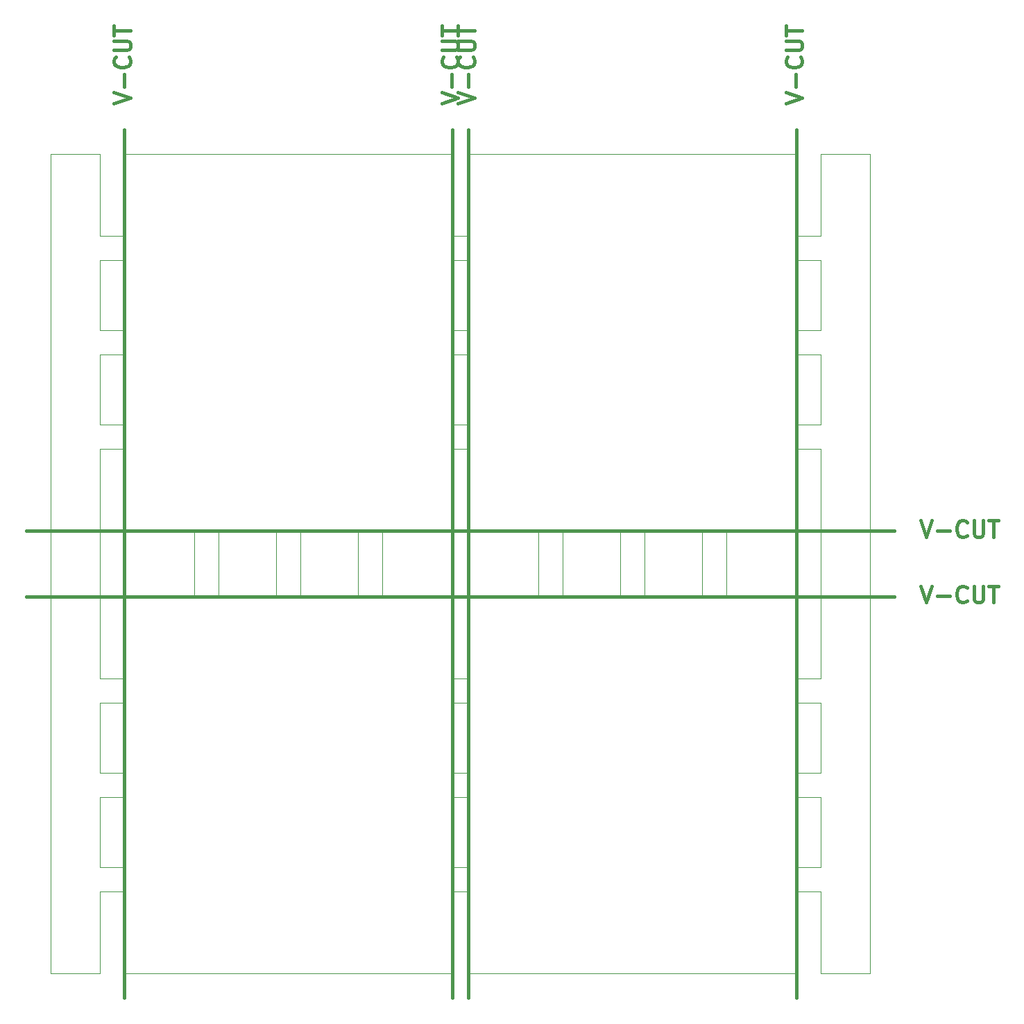
<source format=gm1>
G04 #@! TF.GenerationSoftware,KiCad,Pcbnew,(7.0.0-0)*
G04 #@! TF.CreationDate,2023-05-05T23:00:16+10:00*
G04 #@! TF.ProjectId,panel,70616e65-6c2e-46b6-9963-61645f706362,rev?*
G04 #@! TF.SameCoordinates,Original*
G04 #@! TF.FileFunction,Profile,NP*
%FSLAX46Y46*%
G04 Gerber Fmt 4.6, Leading zero omitted, Abs format (unit mm)*
G04 Created by KiCad (PCBNEW (7.0.0-0)) date 2023-05-05 23:00:16*
%MOMM*%
%LPD*%
G01*
G04 APERTURE LIST*
G04 #@! TA.AperFunction,Profile*
%ADD10C,0.100000*%
G04 #@! TD*
G04 #@! TA.AperFunction,Profile*
%ADD11C,0.400000*%
G04 #@! TD*
%ADD12C,0.400000*%
G04 APERTURE END LIST*
D10*
X189500000Y-53000000D02*
X189500000Y-44500000D01*
X147500000Y-53000000D02*
X147500000Y-44500000D01*
X107500000Y-41500000D02*
X104500000Y-41500000D01*
X149500000Y-66000000D02*
X158000000Y-66000000D01*
X147500000Y-95500000D02*
X147500000Y-87000000D01*
X149500000Y-107000000D02*
X148500000Y-107000000D01*
X107500000Y-107000000D02*
X104500000Y-107000000D01*
D11*
X95500000Y-74000000D02*
X201500000Y-74000000D01*
D10*
X136000000Y-74000000D02*
X136000000Y-74000000D01*
X148500000Y-98500000D02*
X148500000Y-98500000D01*
X149500000Y-74000000D02*
X149500000Y-84000000D01*
X192500000Y-110000000D02*
X192500000Y-120000000D01*
X147500000Y-87000000D02*
X148500000Y-87000000D01*
X107500000Y-44500000D02*
X107500000Y-53000000D01*
X189500000Y-110000000D02*
X192500000Y-110000000D01*
X119000000Y-70000000D02*
X119000000Y-66000000D01*
X148500000Y-107000000D02*
X147500000Y-107000000D01*
X148500000Y-56000000D02*
X149500000Y-56000000D01*
X136000000Y-74000000D02*
X129000000Y-74000000D01*
X168000000Y-66000000D02*
X168000000Y-70000000D01*
X149500000Y-95500000D02*
X148500000Y-95500000D01*
X189500000Y-56000000D02*
X192500000Y-56000000D01*
X104500000Y-53000000D02*
X104500000Y-44500000D01*
X189500000Y-107000000D02*
X189500000Y-107000000D01*
X104500000Y-120000000D02*
X104500000Y-110000000D01*
X116000000Y-74000000D02*
X107500000Y-74000000D01*
X198500000Y-20000000D02*
X192500000Y-20000000D01*
X149500000Y-44500000D02*
X149500000Y-53000000D01*
X161000000Y-66000000D02*
X168000000Y-66000000D01*
X104500000Y-33000000D02*
X107500000Y-33000000D01*
X98500000Y-20000000D02*
X98500000Y-120000000D01*
X181000000Y-74000000D02*
X181000000Y-70000000D01*
D11*
X147500000Y-17000000D02*
X147500000Y-123000000D01*
D10*
X136000000Y-66000000D02*
X136000000Y-70000000D01*
X126000000Y-74000000D02*
X126000000Y-74000000D01*
X148500000Y-110000000D02*
X149500000Y-110000000D01*
X181000000Y-70000000D02*
X181000000Y-66000000D01*
X192500000Y-107000000D02*
X189500000Y-107000000D01*
X147500000Y-66000000D02*
X147500000Y-56000000D01*
D11*
X149500000Y-17000000D02*
X149500000Y-123000000D01*
D10*
X147500000Y-56000000D02*
X148500000Y-56000000D01*
X178000000Y-74000000D02*
X171000000Y-74000000D01*
X192500000Y-53000000D02*
X189500000Y-53000000D01*
X178000000Y-66000000D02*
X178000000Y-70000000D01*
X148500000Y-95500000D02*
X147500000Y-95500000D01*
X147500000Y-41500000D02*
X147500000Y-33000000D01*
X148500000Y-33000000D02*
X148500000Y-33000000D01*
X129000000Y-66000000D02*
X136000000Y-66000000D01*
X192500000Y-98500000D02*
X192500000Y-107000000D01*
X147500000Y-120000000D02*
X147500000Y-110000000D01*
X147500000Y-98500000D02*
X148500000Y-98500000D01*
X139000000Y-74000000D02*
X139000000Y-70000000D01*
D11*
X189500000Y-17000000D02*
X189500000Y-123000000D01*
D10*
X147500000Y-30000000D02*
X147500000Y-20000000D01*
X149500000Y-53000000D02*
X148500000Y-53000000D01*
D11*
X107500000Y-17000000D02*
X107500000Y-123000000D01*
D10*
X147500000Y-110000000D02*
X148500000Y-110000000D01*
X148500000Y-41500000D02*
X147500000Y-41500000D01*
X107500000Y-74000000D02*
X107500000Y-84000000D01*
X107500000Y-30000000D02*
X104500000Y-30000000D01*
X147500000Y-107000000D02*
X147500000Y-98500000D01*
X168000000Y-74000000D02*
X161000000Y-74000000D01*
X149500000Y-84000000D02*
X148500000Y-84000000D01*
X149500000Y-98500000D02*
X149500000Y-107000000D01*
X147500000Y-20000000D02*
X107500000Y-20000000D01*
X148500000Y-98500000D02*
X149500000Y-98500000D01*
X189500000Y-30000000D02*
X189500000Y-20000000D01*
X192500000Y-84000000D02*
X189500000Y-84000000D01*
X119000000Y-74000000D02*
X119000000Y-70000000D01*
X107500000Y-20000000D02*
X107500000Y-30000000D01*
X192500000Y-87000000D02*
X192500000Y-95500000D01*
X129000000Y-70000000D02*
X129000000Y-66000000D01*
X189500000Y-87000000D02*
X192500000Y-87000000D01*
X149500000Y-110000000D02*
X149500000Y-120000000D01*
X171000000Y-70000000D02*
X171000000Y-66000000D01*
X116000000Y-70000000D02*
X116000000Y-74000000D01*
X98500000Y-120000000D02*
X104500000Y-120000000D01*
X161000000Y-74000000D02*
X161000000Y-70000000D01*
X192500000Y-20000000D02*
X192500000Y-30000000D01*
X148500000Y-87000000D02*
X149500000Y-87000000D01*
X189500000Y-41500000D02*
X189500000Y-33000000D01*
X149500000Y-56000000D02*
X149500000Y-66000000D01*
X189500000Y-44500000D02*
X192500000Y-44500000D01*
X139000000Y-74000000D02*
X139000000Y-74000000D01*
X98500000Y-20000000D02*
X98500000Y-20000000D01*
X168000000Y-74000000D02*
X168000000Y-74000000D01*
X149500000Y-41500000D02*
X148500000Y-41500000D01*
X148500000Y-44500000D02*
X148500000Y-44500000D01*
X147500000Y-33000000D02*
X148500000Y-33000000D01*
X192500000Y-41500000D02*
X189500000Y-41500000D01*
X192500000Y-56000000D02*
X192500000Y-84000000D01*
X189500000Y-95500000D02*
X189500000Y-95500000D01*
X129000000Y-74000000D02*
X129000000Y-70000000D01*
X189500000Y-33000000D02*
X192500000Y-33000000D01*
X189500000Y-74000000D02*
X181000000Y-74000000D01*
X149500000Y-120000000D02*
X189500000Y-120000000D01*
X158000000Y-74000000D02*
X149500000Y-74000000D01*
X104500000Y-84000000D02*
X104500000Y-56000000D01*
X148500000Y-84000000D02*
X147500000Y-84000000D01*
X149500000Y-20000000D02*
X149500000Y-30000000D01*
X107500000Y-33000000D02*
X107500000Y-33000000D01*
X107500000Y-44500000D02*
X107500000Y-44500000D01*
X148500000Y-44500000D02*
X149500000Y-44500000D01*
X136000000Y-70000000D02*
X136000000Y-74000000D01*
X104500000Y-30000000D02*
X104500000Y-20000000D01*
X139000000Y-66000000D02*
X147500000Y-66000000D01*
X107500000Y-98500000D02*
X107500000Y-98500000D01*
X158000000Y-70000000D02*
X158000000Y-74000000D01*
X107500000Y-53000000D02*
X104500000Y-53000000D01*
X104500000Y-95500000D02*
X104500000Y-87000000D01*
X192500000Y-120000000D02*
X198500000Y-120000000D01*
X104500000Y-87000000D02*
X107500000Y-87000000D01*
X148500000Y-53000000D02*
X147500000Y-53000000D01*
X148500000Y-33000000D02*
X149500000Y-33000000D01*
X107500000Y-56000000D02*
X107500000Y-56000000D01*
X107500000Y-66000000D02*
X116000000Y-66000000D01*
X126000000Y-70000000D02*
X126000000Y-74000000D01*
X189500000Y-20000000D02*
X149500000Y-20000000D01*
X171000000Y-66000000D02*
X178000000Y-66000000D01*
X192500000Y-30000000D02*
X189500000Y-30000000D01*
X116000000Y-66000000D02*
X116000000Y-70000000D01*
X104500000Y-107000000D02*
X104500000Y-98500000D01*
X149500000Y-33000000D02*
X149500000Y-41500000D01*
X158000000Y-66000000D02*
X158000000Y-70000000D01*
X107500000Y-84000000D02*
X104500000Y-84000000D01*
X107500000Y-98500000D02*
X107500000Y-107000000D01*
X192500000Y-44500000D02*
X192500000Y-53000000D01*
X107500000Y-56000000D02*
X107500000Y-66000000D01*
X107500000Y-110000000D02*
X107500000Y-120000000D01*
X189500000Y-120000000D02*
X189500000Y-110000000D01*
X189500000Y-41500000D02*
X189500000Y-41500000D01*
X104500000Y-56000000D02*
X107500000Y-56000000D01*
X149500000Y-87000000D02*
X149500000Y-95500000D01*
X189500000Y-84000000D02*
X189500000Y-74000000D01*
X107500000Y-95500000D02*
X104500000Y-95500000D01*
D11*
X95500000Y-66000000D02*
X201500000Y-66000000D01*
D10*
X189500000Y-66000000D02*
X189500000Y-56000000D01*
X148500000Y-87000000D02*
X148500000Y-87000000D01*
X189500000Y-107000000D02*
X189500000Y-98500000D01*
X149500000Y-30000000D02*
X148500000Y-30000000D01*
X192500000Y-33000000D02*
X192500000Y-41500000D01*
X181000000Y-66000000D02*
X189500000Y-66000000D01*
X198500000Y-120000000D02*
X198500000Y-20000000D01*
X148500000Y-30000000D02*
X147500000Y-30000000D01*
X104500000Y-110000000D02*
X107500000Y-110000000D01*
X178000000Y-70000000D02*
X178000000Y-74000000D01*
X147500000Y-44500000D02*
X148500000Y-44500000D01*
X161000000Y-70000000D02*
X161000000Y-66000000D01*
X147500000Y-74000000D02*
X139000000Y-74000000D01*
X107500000Y-87000000D02*
X107500000Y-95500000D01*
X107500000Y-120000000D02*
X147500000Y-120000000D01*
X107500000Y-87000000D02*
X107500000Y-87000000D01*
X139000000Y-70000000D02*
X139000000Y-66000000D01*
X104500000Y-44500000D02*
X107500000Y-44500000D01*
X126000000Y-74000000D02*
X119000000Y-74000000D01*
X168000000Y-70000000D02*
X168000000Y-74000000D01*
X192500000Y-95500000D02*
X189500000Y-95500000D01*
X104500000Y-98500000D02*
X107500000Y-98500000D01*
X189500000Y-98500000D02*
X192500000Y-98500000D01*
X189500000Y-53000000D02*
X189500000Y-53000000D01*
X178000000Y-74000000D02*
X178000000Y-74000000D01*
X147500000Y-84000000D02*
X147500000Y-74000000D01*
X171000000Y-74000000D02*
X171000000Y-70000000D01*
X189500000Y-84000000D02*
X189500000Y-84000000D01*
X107500000Y-33000000D02*
X107500000Y-41500000D01*
X104500000Y-41500000D02*
X104500000Y-33000000D01*
X126000000Y-66000000D02*
X126000000Y-70000000D01*
X104500000Y-20000000D02*
X98500000Y-20000000D01*
X119000000Y-66000000D02*
X126000000Y-66000000D01*
X189500000Y-95500000D02*
X189500000Y-87000000D01*
D12*
X204690476Y-72734761D02*
X205357142Y-74734761D01*
X205357142Y-74734761D02*
X206023809Y-72734761D01*
X206690476Y-73972857D02*
X208214286Y-73972857D01*
X210309523Y-74544285D02*
X210214285Y-74639523D01*
X210214285Y-74639523D02*
X209928571Y-74734761D01*
X209928571Y-74734761D02*
X209738095Y-74734761D01*
X209738095Y-74734761D02*
X209452380Y-74639523D01*
X209452380Y-74639523D02*
X209261904Y-74449047D01*
X209261904Y-74449047D02*
X209166666Y-74258571D01*
X209166666Y-74258571D02*
X209071428Y-73877619D01*
X209071428Y-73877619D02*
X209071428Y-73591904D01*
X209071428Y-73591904D02*
X209166666Y-73210952D01*
X209166666Y-73210952D02*
X209261904Y-73020476D01*
X209261904Y-73020476D02*
X209452380Y-72830000D01*
X209452380Y-72830000D02*
X209738095Y-72734761D01*
X209738095Y-72734761D02*
X209928571Y-72734761D01*
X209928571Y-72734761D02*
X210214285Y-72830000D01*
X210214285Y-72830000D02*
X210309523Y-72925238D01*
X211166666Y-72734761D02*
X211166666Y-74353809D01*
X211166666Y-74353809D02*
X211261904Y-74544285D01*
X211261904Y-74544285D02*
X211357142Y-74639523D01*
X211357142Y-74639523D02*
X211547618Y-74734761D01*
X211547618Y-74734761D02*
X211928571Y-74734761D01*
X211928571Y-74734761D02*
X212119047Y-74639523D01*
X212119047Y-74639523D02*
X212214285Y-74544285D01*
X212214285Y-74544285D02*
X212309523Y-74353809D01*
X212309523Y-74353809D02*
X212309523Y-72734761D01*
X212976190Y-72734761D02*
X214119047Y-72734761D01*
X213547618Y-74734761D02*
X213547618Y-72734761D01*
X188234761Y-13809523D02*
X190234761Y-13142857D01*
X190234761Y-13142857D02*
X188234761Y-12476190D01*
X189472857Y-11809523D02*
X189472857Y-10285714D01*
X190044285Y-8190476D02*
X190139523Y-8285714D01*
X190139523Y-8285714D02*
X190234761Y-8571428D01*
X190234761Y-8571428D02*
X190234761Y-8761904D01*
X190234761Y-8761904D02*
X190139523Y-9047619D01*
X190139523Y-9047619D02*
X189949047Y-9238095D01*
X189949047Y-9238095D02*
X189758571Y-9333333D01*
X189758571Y-9333333D02*
X189377619Y-9428571D01*
X189377619Y-9428571D02*
X189091904Y-9428571D01*
X189091904Y-9428571D02*
X188710952Y-9333333D01*
X188710952Y-9333333D02*
X188520476Y-9238095D01*
X188520476Y-9238095D02*
X188330000Y-9047619D01*
X188330000Y-9047619D02*
X188234761Y-8761904D01*
X188234761Y-8761904D02*
X188234761Y-8571428D01*
X188234761Y-8571428D02*
X188330000Y-8285714D01*
X188330000Y-8285714D02*
X188425238Y-8190476D01*
X188234761Y-7333333D02*
X189853809Y-7333333D01*
X189853809Y-7333333D02*
X190044285Y-7238095D01*
X190044285Y-7238095D02*
X190139523Y-7142857D01*
X190139523Y-7142857D02*
X190234761Y-6952381D01*
X190234761Y-6952381D02*
X190234761Y-6571428D01*
X190234761Y-6571428D02*
X190139523Y-6380952D01*
X190139523Y-6380952D02*
X190044285Y-6285714D01*
X190044285Y-6285714D02*
X189853809Y-6190476D01*
X189853809Y-6190476D02*
X188234761Y-6190476D01*
X188234761Y-5523809D02*
X188234761Y-4380952D01*
X190234761Y-4952381D02*
X188234761Y-4952381D01*
X148234761Y-13809523D02*
X150234761Y-13142857D01*
X150234761Y-13142857D02*
X148234761Y-12476190D01*
X149472857Y-11809523D02*
X149472857Y-10285714D01*
X150044285Y-8190476D02*
X150139523Y-8285714D01*
X150139523Y-8285714D02*
X150234761Y-8571428D01*
X150234761Y-8571428D02*
X150234761Y-8761904D01*
X150234761Y-8761904D02*
X150139523Y-9047619D01*
X150139523Y-9047619D02*
X149949047Y-9238095D01*
X149949047Y-9238095D02*
X149758571Y-9333333D01*
X149758571Y-9333333D02*
X149377619Y-9428571D01*
X149377619Y-9428571D02*
X149091904Y-9428571D01*
X149091904Y-9428571D02*
X148710952Y-9333333D01*
X148710952Y-9333333D02*
X148520476Y-9238095D01*
X148520476Y-9238095D02*
X148330000Y-9047619D01*
X148330000Y-9047619D02*
X148234761Y-8761904D01*
X148234761Y-8761904D02*
X148234761Y-8571428D01*
X148234761Y-8571428D02*
X148330000Y-8285714D01*
X148330000Y-8285714D02*
X148425238Y-8190476D01*
X148234761Y-7333333D02*
X149853809Y-7333333D01*
X149853809Y-7333333D02*
X150044285Y-7238095D01*
X150044285Y-7238095D02*
X150139523Y-7142857D01*
X150139523Y-7142857D02*
X150234761Y-6952381D01*
X150234761Y-6952381D02*
X150234761Y-6571428D01*
X150234761Y-6571428D02*
X150139523Y-6380952D01*
X150139523Y-6380952D02*
X150044285Y-6285714D01*
X150044285Y-6285714D02*
X149853809Y-6190476D01*
X149853809Y-6190476D02*
X148234761Y-6190476D01*
X148234761Y-5523809D02*
X148234761Y-4380952D01*
X150234761Y-4952381D02*
X148234761Y-4952381D01*
X204690476Y-64734761D02*
X205357142Y-66734761D01*
X205357142Y-66734761D02*
X206023809Y-64734761D01*
X206690476Y-65972857D02*
X208214286Y-65972857D01*
X210309523Y-66544285D02*
X210214285Y-66639523D01*
X210214285Y-66639523D02*
X209928571Y-66734761D01*
X209928571Y-66734761D02*
X209738095Y-66734761D01*
X209738095Y-66734761D02*
X209452380Y-66639523D01*
X209452380Y-66639523D02*
X209261904Y-66449047D01*
X209261904Y-66449047D02*
X209166666Y-66258571D01*
X209166666Y-66258571D02*
X209071428Y-65877619D01*
X209071428Y-65877619D02*
X209071428Y-65591904D01*
X209071428Y-65591904D02*
X209166666Y-65210952D01*
X209166666Y-65210952D02*
X209261904Y-65020476D01*
X209261904Y-65020476D02*
X209452380Y-64830000D01*
X209452380Y-64830000D02*
X209738095Y-64734761D01*
X209738095Y-64734761D02*
X209928571Y-64734761D01*
X209928571Y-64734761D02*
X210214285Y-64830000D01*
X210214285Y-64830000D02*
X210309523Y-64925238D01*
X211166666Y-64734761D02*
X211166666Y-66353809D01*
X211166666Y-66353809D02*
X211261904Y-66544285D01*
X211261904Y-66544285D02*
X211357142Y-66639523D01*
X211357142Y-66639523D02*
X211547618Y-66734761D01*
X211547618Y-66734761D02*
X211928571Y-66734761D01*
X211928571Y-66734761D02*
X212119047Y-66639523D01*
X212119047Y-66639523D02*
X212214285Y-66544285D01*
X212214285Y-66544285D02*
X212309523Y-66353809D01*
X212309523Y-66353809D02*
X212309523Y-64734761D01*
X212976190Y-64734761D02*
X214119047Y-64734761D01*
X213547618Y-66734761D02*
X213547618Y-64734761D01*
X106234761Y-13809523D02*
X108234761Y-13142857D01*
X108234761Y-13142857D02*
X106234761Y-12476190D01*
X107472857Y-11809523D02*
X107472857Y-10285714D01*
X108044285Y-8190476D02*
X108139523Y-8285714D01*
X108139523Y-8285714D02*
X108234761Y-8571428D01*
X108234761Y-8571428D02*
X108234761Y-8761904D01*
X108234761Y-8761904D02*
X108139523Y-9047619D01*
X108139523Y-9047619D02*
X107949047Y-9238095D01*
X107949047Y-9238095D02*
X107758571Y-9333333D01*
X107758571Y-9333333D02*
X107377619Y-9428571D01*
X107377619Y-9428571D02*
X107091904Y-9428571D01*
X107091904Y-9428571D02*
X106710952Y-9333333D01*
X106710952Y-9333333D02*
X106520476Y-9238095D01*
X106520476Y-9238095D02*
X106330000Y-9047619D01*
X106330000Y-9047619D02*
X106234761Y-8761904D01*
X106234761Y-8761904D02*
X106234761Y-8571428D01*
X106234761Y-8571428D02*
X106330000Y-8285714D01*
X106330000Y-8285714D02*
X106425238Y-8190476D01*
X106234761Y-7333333D02*
X107853809Y-7333333D01*
X107853809Y-7333333D02*
X108044285Y-7238095D01*
X108044285Y-7238095D02*
X108139523Y-7142857D01*
X108139523Y-7142857D02*
X108234761Y-6952381D01*
X108234761Y-6952381D02*
X108234761Y-6571428D01*
X108234761Y-6571428D02*
X108139523Y-6380952D01*
X108139523Y-6380952D02*
X108044285Y-6285714D01*
X108044285Y-6285714D02*
X107853809Y-6190476D01*
X107853809Y-6190476D02*
X106234761Y-6190476D01*
X106234761Y-5523809D02*
X106234761Y-4380952D01*
X108234761Y-4952381D02*
X106234761Y-4952381D01*
X146234761Y-13809523D02*
X148234761Y-13142857D01*
X148234761Y-13142857D02*
X146234761Y-12476190D01*
X147472857Y-11809523D02*
X147472857Y-10285714D01*
X148044285Y-8190476D02*
X148139523Y-8285714D01*
X148139523Y-8285714D02*
X148234761Y-8571428D01*
X148234761Y-8571428D02*
X148234761Y-8761904D01*
X148234761Y-8761904D02*
X148139523Y-9047619D01*
X148139523Y-9047619D02*
X147949047Y-9238095D01*
X147949047Y-9238095D02*
X147758571Y-9333333D01*
X147758571Y-9333333D02*
X147377619Y-9428571D01*
X147377619Y-9428571D02*
X147091904Y-9428571D01*
X147091904Y-9428571D02*
X146710952Y-9333333D01*
X146710952Y-9333333D02*
X146520476Y-9238095D01*
X146520476Y-9238095D02*
X146330000Y-9047619D01*
X146330000Y-9047619D02*
X146234761Y-8761904D01*
X146234761Y-8761904D02*
X146234761Y-8571428D01*
X146234761Y-8571428D02*
X146330000Y-8285714D01*
X146330000Y-8285714D02*
X146425238Y-8190476D01*
X146234761Y-7333333D02*
X147853809Y-7333333D01*
X147853809Y-7333333D02*
X148044285Y-7238095D01*
X148044285Y-7238095D02*
X148139523Y-7142857D01*
X148139523Y-7142857D02*
X148234761Y-6952381D01*
X148234761Y-6952381D02*
X148234761Y-6571428D01*
X148234761Y-6571428D02*
X148139523Y-6380952D01*
X148139523Y-6380952D02*
X148044285Y-6285714D01*
X148044285Y-6285714D02*
X147853809Y-6190476D01*
X147853809Y-6190476D02*
X146234761Y-6190476D01*
X146234761Y-5523809D02*
X146234761Y-4380952D01*
X148234761Y-4952381D02*
X146234761Y-4952381D01*
M02*

</source>
